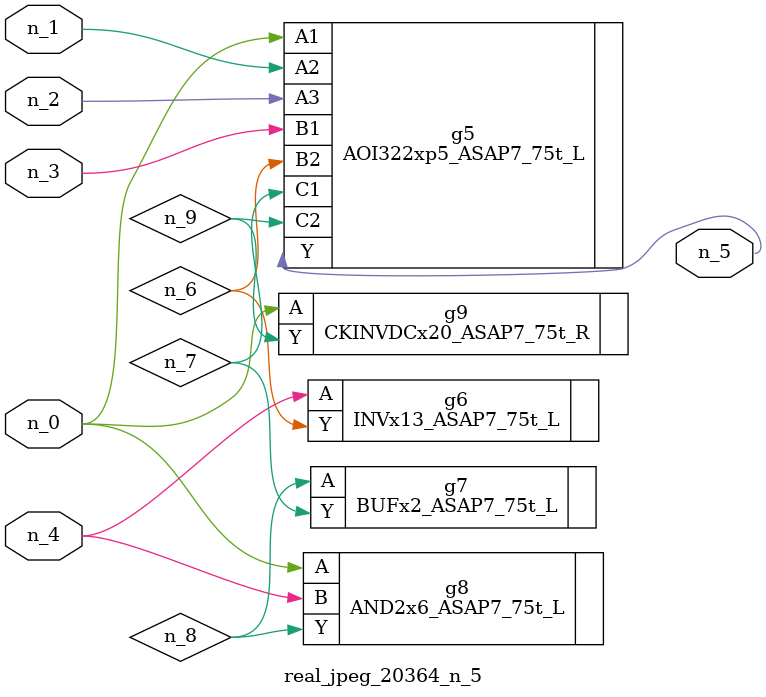
<source format=v>
module real_jpeg_20364_n_5 (n_4, n_0, n_1, n_2, n_3, n_5);

input n_4;
input n_0;
input n_1;
input n_2;
input n_3;

output n_5;

wire n_8;
wire n_6;
wire n_7;
wire n_9;

AOI322xp5_ASAP7_75t_L g5 ( 
.A1(n_0),
.A2(n_1),
.A3(n_2),
.B1(n_3),
.B2(n_6),
.C1(n_7),
.C2(n_9),
.Y(n_5)
);

AND2x6_ASAP7_75t_L g8 ( 
.A(n_0),
.B(n_4),
.Y(n_8)
);

CKINVDCx20_ASAP7_75t_R g9 ( 
.A(n_0),
.Y(n_9)
);

INVx13_ASAP7_75t_L g6 ( 
.A(n_4),
.Y(n_6)
);

BUFx2_ASAP7_75t_L g7 ( 
.A(n_8),
.Y(n_7)
);


endmodule
</source>
